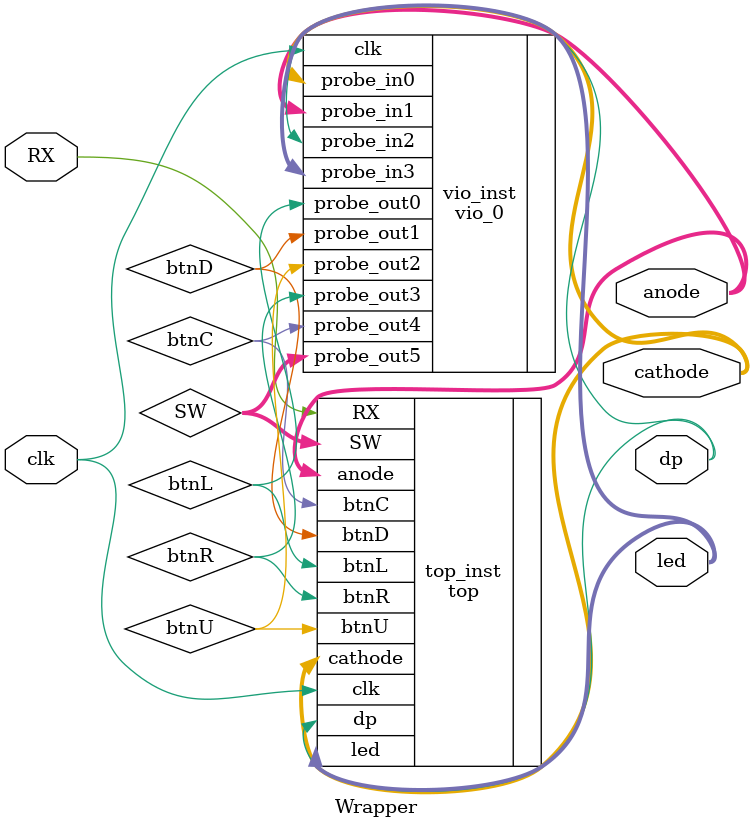
<source format=v>
/*
  Template wrapper file for NUS labs:
  Might need some slight modifications based on top file
 */

module Wrapper(
  input clk,
  input RX, 
  output [15:0] led,
  output dp,
  output [7:0] anode, // anode for basys only has 4 to use
  output [6:0] cathode
);

wire btnL, btnD, btnU, btnR, btnC;
wire [15:0] SW;

vio_0
vio_inst (
  .clk(clk),
  .probe_in0(cathode),
  .probe_in1(anode),
  .probe_in2(dp),
  .probe_in3(led),

  .probe_out0(btnL),
  .probe_out1(btnD),
  .probe_out2(btnU),
  .probe_out3(btnR),
  .probe_out4(btnC),
  .probe_out5(SW)
);

top
top_inst (
  .clk(clk),

  .btnL(btnL),
  .btnD(btnD),
  .btnU(btnU),
  .btnR(btnR),
  .btnC(btnC),
  .SW(SW),
  .RX(RX),

  .cathode(cathode),
  .anode(anode),
  .dp(dp),
  .led(led)
);

endmodule

</source>
